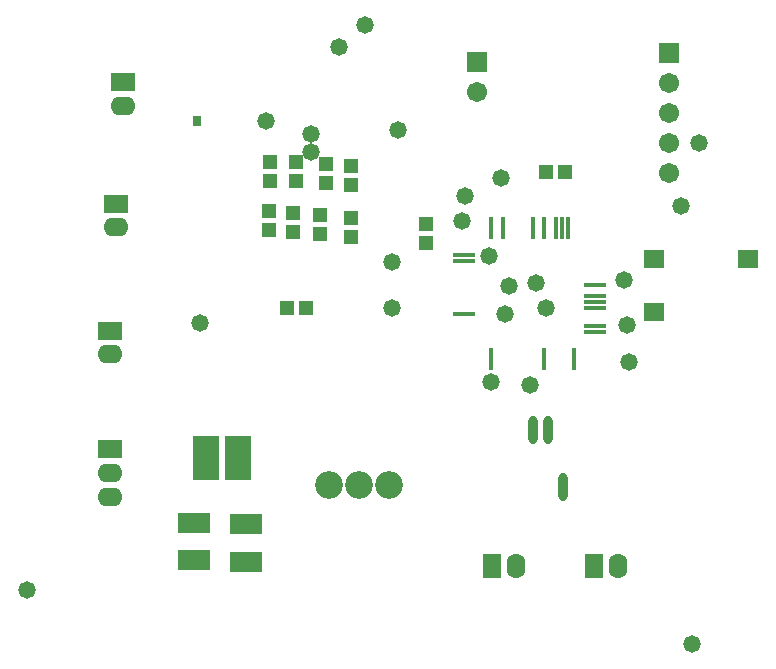
<source format=gbs>
G04*
G04 #@! TF.GenerationSoftware,Altium Limited,Altium Designer,19.1.5 (86)*
G04*
G04 Layer_Color=16711935*
%FSLAX25Y25*%
%MOIN*%
G70*
G01*
G75*
%ADD26R,0.04934X0.04737*%
%ADD28O,0.07487X0.01581*%
%ADD29O,0.01581X0.07487*%
%ADD31O,0.03162X0.09461*%
%ADD32R,0.06922X0.05918*%
%ADD34R,0.03064X0.03241*%
%ADD35C,0.06706*%
%ADD36R,0.06706X0.06706*%
%ADD37O,0.08300X0.06300*%
%ADD38R,0.08300X0.06300*%
%ADD39O,0.06300X0.08300*%
%ADD40R,0.06300X0.08300*%
%ADD41C,0.09265*%
%ADD42C,0.05800*%
%ADD56R,0.08674X0.14580*%
%ADD57R,0.04540X0.04737*%
%ADD58R,0.10642X0.06706*%
D26*
X332000Y293000D02*
D03*
X325701D02*
D03*
X411850Y338500D02*
D03*
X418150D02*
D03*
D28*
X384650Y310795D02*
D03*
Y308827D02*
D03*
Y291110D02*
D03*
X428350Y285205D02*
D03*
Y293079D02*
D03*
Y295047D02*
D03*
Y297016D02*
D03*
Y300953D02*
D03*
Y287173D02*
D03*
D29*
X411421Y276150D02*
D03*
X421264D02*
D03*
X419295Y319850D02*
D03*
X417327D02*
D03*
X415358D02*
D03*
X411421D02*
D03*
X407484D02*
D03*
X397642D02*
D03*
X393705D02*
D03*
Y276150D02*
D03*
D31*
X417500Y233551D02*
D03*
X407500Y252449D02*
D03*
X412500D02*
D03*
D32*
X479150Y309358D02*
D03*
X447850Y291642D02*
D03*
Y309358D02*
D03*
D34*
X295500Y355520D02*
D03*
D35*
X389000Y365000D02*
D03*
X453000Y338000D02*
D03*
Y348000D02*
D03*
Y358000D02*
D03*
Y368000D02*
D03*
D36*
X389000Y375000D02*
D03*
X453000Y378000D02*
D03*
D37*
X271000Y360500D02*
D03*
X266500Y238126D02*
D03*
Y230252D02*
D03*
Y277626D02*
D03*
X268500Y320000D02*
D03*
D38*
X271000Y368374D02*
D03*
X266500Y246000D02*
D03*
Y285500D02*
D03*
X268500Y327874D02*
D03*
D39*
X401874Y207000D02*
D03*
X435874D02*
D03*
D40*
X394000D02*
D03*
X428000D02*
D03*
D41*
X359500Y234000D02*
D03*
X349500D02*
D03*
X339500D02*
D03*
D42*
X460500Y181000D02*
D03*
X239000Y199000D02*
D03*
X351500Y387500D02*
D03*
X397000Y336500D02*
D03*
X343000Y380000D02*
D03*
X385000Y330500D02*
D03*
X463000Y348000D02*
D03*
X406500Y267500D02*
D03*
X457000Y327000D02*
D03*
X439500Y275000D02*
D03*
X439000Y287500D02*
D03*
X438000Y302500D02*
D03*
X393705Y268500D02*
D03*
X412000Y293000D02*
D03*
X408500Y301500D02*
D03*
X398433Y291110D02*
D03*
X399500Y300500D02*
D03*
X393000Y310500D02*
D03*
X384000Y322000D02*
D03*
X360500Y293000D02*
D03*
Y308500D02*
D03*
X296650Y288000D02*
D03*
X362500Y352500D02*
D03*
X333500Y345000D02*
D03*
X318650Y355520D02*
D03*
X333500Y351000D02*
D03*
D56*
X298500Y243000D02*
D03*
X309130D02*
D03*
D57*
X338500Y334701D02*
D03*
Y341000D02*
D03*
X347000Y334201D02*
D03*
Y340500D02*
D03*
X328500Y335350D02*
D03*
Y341650D02*
D03*
X320000Y335350D02*
D03*
Y341650D02*
D03*
X336500Y317850D02*
D03*
Y324150D02*
D03*
X327500Y318350D02*
D03*
Y324650D02*
D03*
X319500Y319201D02*
D03*
Y325500D02*
D03*
X347000Y316850D02*
D03*
Y323150D02*
D03*
X372000Y314850D02*
D03*
Y321150D02*
D03*
D58*
X294500Y208980D02*
D03*
Y221500D02*
D03*
X312000Y208480D02*
D03*
Y221000D02*
D03*
M02*

</source>
